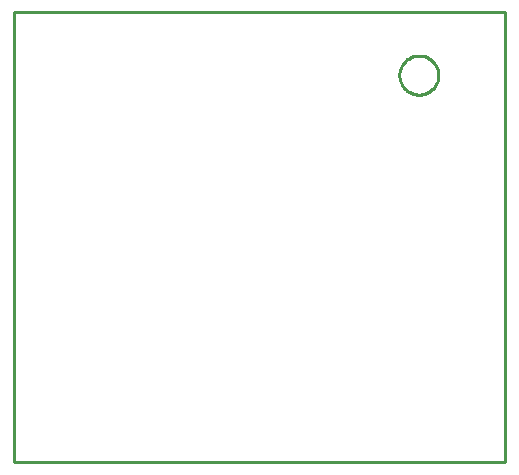
<source format=gbr>
G04 EAGLE Gerber X2 export*
%TF.Part,Single*%
%TF.FileFunction,Profile,NP*%
%TF.FilePolarity,Positive*%
%TF.GenerationSoftware,Autodesk,EAGLE,9.0.0*%
%TF.CreationDate,2018-08-14T10:41:07Z*%
G75*
%MOMM*%
%FSLAX34Y34*%
%LPD*%
%AMOC8*
5,1,8,0,0,1.08239X$1,22.5*%
G01*
%ADD10C,0.254000*%


D10*
X0Y419100D02*
X415800Y419100D01*
X415800Y800000D01*
X0Y800000D01*
X0Y419100D01*
X359410Y746220D02*
X359339Y745141D01*
X359198Y744069D01*
X358987Y743009D01*
X358708Y741965D01*
X358360Y740941D01*
X357946Y739943D01*
X357468Y738973D01*
X356928Y738037D01*
X356327Y737138D01*
X355669Y736281D01*
X354957Y735468D01*
X354192Y734704D01*
X353379Y733991D01*
X352522Y733333D01*
X351623Y732732D01*
X350687Y732192D01*
X349717Y731714D01*
X348719Y731300D01*
X347695Y730952D01*
X346651Y730673D01*
X345591Y730462D01*
X344519Y730321D01*
X343440Y730250D01*
X342360Y730250D01*
X341281Y730321D01*
X340209Y730462D01*
X339149Y730673D01*
X338105Y730952D01*
X337081Y731300D01*
X336083Y731714D01*
X335113Y732192D01*
X334177Y732732D01*
X333278Y733333D01*
X332421Y733991D01*
X331608Y734704D01*
X330844Y735468D01*
X330131Y736281D01*
X329473Y737138D01*
X328872Y738037D01*
X328332Y738973D01*
X327854Y739943D01*
X327440Y740941D01*
X327092Y741965D01*
X326813Y743009D01*
X326602Y744069D01*
X326461Y745141D01*
X326390Y746220D01*
X326390Y747300D01*
X326461Y748379D01*
X326602Y749451D01*
X326813Y750511D01*
X327092Y751555D01*
X327440Y752579D01*
X327854Y753577D01*
X328332Y754547D01*
X328872Y755483D01*
X329473Y756382D01*
X330131Y757239D01*
X330844Y758052D01*
X331608Y758817D01*
X332421Y759529D01*
X333278Y760187D01*
X334177Y760788D01*
X335113Y761328D01*
X336083Y761806D01*
X337081Y762220D01*
X338105Y762568D01*
X339149Y762847D01*
X340209Y763058D01*
X341281Y763199D01*
X342360Y763270D01*
X343440Y763270D01*
X344519Y763199D01*
X345591Y763058D01*
X346651Y762847D01*
X347695Y762568D01*
X348719Y762220D01*
X349717Y761806D01*
X350687Y761328D01*
X351623Y760788D01*
X352522Y760187D01*
X353379Y759529D01*
X354192Y758817D01*
X354957Y758052D01*
X355669Y757239D01*
X356327Y756382D01*
X356928Y755483D01*
X357468Y754547D01*
X357946Y753577D01*
X358360Y752579D01*
X358708Y751555D01*
X358987Y750511D01*
X359198Y749451D01*
X359339Y748379D01*
X359410Y747300D01*
X359410Y746220D01*
M02*

</source>
